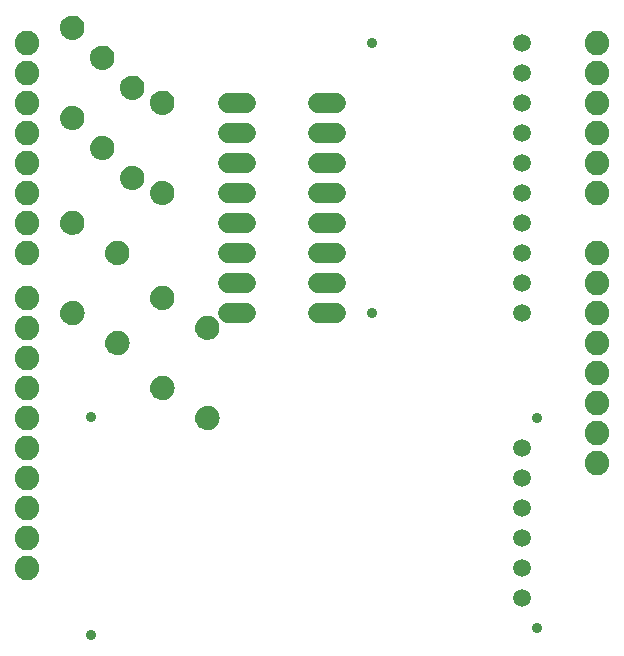
<source format=gbs>
G75*
%MOIN*%
%OFA0B0*%
%FSLAX25Y25*%
%IPPOS*%
%LPD*%
%AMOC8*
5,1,8,0,0,1.08239X$1,22.5*
%
%ADD10C,0.08200*%
%ADD11C,0.00500*%
%ADD12C,0.06619*%
%ADD13C,0.05950*%
%ADD14C,0.03556*%
D10*
X0016000Y0102524D03*
X0016000Y0112524D03*
X0016000Y0122524D03*
X0016000Y0132524D03*
X0016000Y0142524D03*
X0016000Y0152524D03*
X0016000Y0162524D03*
X0016000Y0172524D03*
X0016000Y0182524D03*
X0016000Y0192524D03*
X0016000Y0207524D03*
X0016000Y0217524D03*
X0016000Y0227524D03*
X0016000Y0237524D03*
X0016000Y0247524D03*
X0016000Y0257524D03*
X0016000Y0267524D03*
X0016000Y0277524D03*
X0206000Y0277524D03*
X0206000Y0267524D03*
X0206000Y0257524D03*
X0206000Y0247524D03*
X0206000Y0237524D03*
X0206000Y0227524D03*
X0206000Y0207524D03*
X0206000Y0197524D03*
X0206000Y0187524D03*
X0206000Y0177524D03*
X0206000Y0167524D03*
X0206000Y0157524D03*
X0206000Y0147524D03*
X0206000Y0137524D03*
D11*
X0079713Y0151835D02*
X0079533Y0151199D01*
X0079244Y0150603D01*
X0078857Y0150067D01*
X0078382Y0149606D01*
X0077835Y0149234D01*
X0077231Y0148964D01*
X0076590Y0148802D01*
X0075930Y0148754D01*
X0075211Y0148832D01*
X0074521Y0149050D01*
X0073886Y0149398D01*
X0073332Y0149863D01*
X0072879Y0150427D01*
X0072545Y0151069D01*
X0072343Y0151763D01*
X0072280Y0152484D01*
X0072342Y0153209D01*
X0072543Y0153907D01*
X0072878Y0154553D01*
X0073331Y0155122D01*
X0073887Y0155591D01*
X0074524Y0155942D01*
X0075217Y0156162D01*
X0075940Y0156243D01*
X0076600Y0156194D01*
X0077241Y0156030D01*
X0077844Y0155758D01*
X0078390Y0155385D01*
X0078863Y0154923D01*
X0079249Y0154385D01*
X0079536Y0153789D01*
X0079715Y0153152D01*
X0079780Y0152494D01*
X0079713Y0151835D01*
X0079736Y0152062D02*
X0072317Y0152062D01*
X0072286Y0152561D02*
X0079774Y0152561D01*
X0079724Y0153059D02*
X0072329Y0153059D01*
X0072442Y0153558D02*
X0079601Y0153558D01*
X0079408Y0154056D02*
X0072620Y0154056D01*
X0072879Y0154555D02*
X0079128Y0154555D01*
X0078730Y0155053D02*
X0073277Y0155053D01*
X0073841Y0155552D02*
X0078145Y0155552D01*
X0077162Y0156050D02*
X0074865Y0156050D01*
X0072401Y0151564D02*
X0079636Y0151564D01*
X0079468Y0151065D02*
X0072547Y0151065D01*
X0072806Y0150567D02*
X0079218Y0150567D01*
X0078858Y0150068D02*
X0073167Y0150068D01*
X0073681Y0149570D02*
X0078329Y0149570D01*
X0077471Y0149071D02*
X0074482Y0149071D01*
X0064533Y0161199D02*
X0064713Y0161835D01*
X0064780Y0162494D01*
X0064715Y0163152D01*
X0064536Y0163789D01*
X0064249Y0164385D01*
X0063863Y0164923D01*
X0063390Y0165385D01*
X0062844Y0165758D01*
X0062241Y0166030D01*
X0061600Y0166194D01*
X0060940Y0166243D01*
X0060217Y0166162D01*
X0059524Y0165942D01*
X0058887Y0165591D01*
X0058331Y0165122D01*
X0057878Y0164553D01*
X0057543Y0163907D01*
X0057342Y0163209D01*
X0057280Y0162484D01*
X0057343Y0161763D01*
X0057545Y0161069D01*
X0057879Y0160427D01*
X0058332Y0159863D01*
X0058886Y0159398D01*
X0059521Y0159050D01*
X0060211Y0158832D01*
X0060930Y0158754D01*
X0061590Y0158802D01*
X0062231Y0158964D01*
X0062835Y0159234D01*
X0063382Y0159606D01*
X0063857Y0160067D01*
X0064244Y0160603D01*
X0064533Y0161199D01*
X0064453Y0161035D02*
X0057563Y0161035D01*
X0057410Y0161534D02*
X0064628Y0161534D01*
X0064733Y0162032D02*
X0057319Y0162032D01*
X0057284Y0162531D02*
X0064777Y0162531D01*
X0064727Y0163029D02*
X0057326Y0163029D01*
X0057434Y0163528D02*
X0064609Y0163528D01*
X0064422Y0164026D02*
X0057605Y0164026D01*
X0057863Y0164525D02*
X0064149Y0164525D01*
X0063760Y0165023D02*
X0058253Y0165023D01*
X0058806Y0165522D02*
X0063189Y0165522D01*
X0062262Y0166020D02*
X0059771Y0166020D01*
X0057822Y0160537D02*
X0064196Y0160537D01*
X0063827Y0160038D02*
X0058191Y0160038D01*
X0058717Y0159540D02*
X0063285Y0159540D01*
X0062405Y0159041D02*
X0059547Y0159041D01*
X0048382Y0174606D02*
X0047835Y0174234D01*
X0047231Y0173964D01*
X0046590Y0173802D01*
X0045930Y0173754D01*
X0045211Y0173832D01*
X0044521Y0174050D01*
X0043886Y0174398D01*
X0043332Y0174863D01*
X0042879Y0175427D01*
X0042545Y0176069D01*
X0042343Y0176763D01*
X0042280Y0177484D01*
X0042342Y0178209D01*
X0042543Y0178907D01*
X0042878Y0179553D01*
X0043331Y0180122D01*
X0043887Y0180591D01*
X0044524Y0180942D01*
X0045217Y0181162D01*
X0045940Y0181243D01*
X0046600Y0181194D01*
X0047241Y0181030D01*
X0047844Y0180758D01*
X0048390Y0180385D01*
X0048863Y0179923D01*
X0049249Y0179385D01*
X0049536Y0178789D01*
X0049715Y0178152D01*
X0049780Y0177494D01*
X0049713Y0176835D01*
X0049533Y0176199D01*
X0049244Y0175603D01*
X0048857Y0175067D01*
X0048382Y0174606D01*
X0048219Y0174495D02*
X0043770Y0174495D01*
X0043227Y0174994D02*
X0048781Y0174994D01*
X0049164Y0175492D02*
X0042845Y0175492D01*
X0042586Y0175991D02*
X0049432Y0175991D01*
X0049615Y0176489D02*
X0042423Y0176489D01*
X0042323Y0176988D02*
X0049729Y0176988D01*
X0049780Y0177486D02*
X0042280Y0177486D01*
X0042322Y0177985D02*
X0049731Y0177985D01*
X0049622Y0178483D02*
X0042421Y0178483D01*
X0042582Y0178982D02*
X0049443Y0178982D01*
X0049181Y0179480D02*
X0042840Y0179480D01*
X0043217Y0179979D02*
X0048806Y0179979D01*
X0048255Y0180477D02*
X0043753Y0180477D01*
X0044631Y0180976D02*
X0047361Y0180976D01*
X0047305Y0173997D02*
X0044689Y0173997D01*
X0033857Y0185067D02*
X0033382Y0184606D01*
X0032835Y0184234D01*
X0032231Y0183964D01*
X0031590Y0183802D01*
X0030930Y0183754D01*
X0030211Y0183832D01*
X0029521Y0184050D01*
X0028886Y0184398D01*
X0028332Y0184863D01*
X0027879Y0185427D01*
X0027545Y0186069D01*
X0027343Y0186763D01*
X0027280Y0187484D01*
X0027342Y0188209D01*
X0027543Y0188907D01*
X0027878Y0189553D01*
X0028331Y0190122D01*
X0028887Y0190591D01*
X0029524Y0190942D01*
X0030217Y0191162D01*
X0030940Y0191243D01*
X0031600Y0191194D01*
X0032241Y0191030D01*
X0032844Y0190758D01*
X0033390Y0190385D01*
X0033863Y0189923D01*
X0034249Y0189385D01*
X0034536Y0188789D01*
X0034715Y0188152D01*
X0034780Y0187494D01*
X0034713Y0186835D01*
X0034533Y0186199D01*
X0034244Y0185603D01*
X0033857Y0185067D01*
X0033751Y0184964D02*
X0028251Y0184964D01*
X0027861Y0185462D02*
X0034142Y0185462D01*
X0034417Y0185961D02*
X0027601Y0185961D01*
X0027431Y0186459D02*
X0034606Y0186459D01*
X0034726Y0186958D02*
X0027326Y0186958D01*
X0027282Y0187456D02*
X0034777Y0187456D01*
X0034734Y0187955D02*
X0027320Y0187955D01*
X0027412Y0188453D02*
X0034630Y0188453D01*
X0034458Y0188952D02*
X0027566Y0188952D01*
X0027824Y0189450D02*
X0034202Y0189450D01*
X0033836Y0189949D02*
X0028194Y0189949D01*
X0028718Y0190448D02*
X0033298Y0190448D01*
X0032427Y0190946D02*
X0029537Y0190946D01*
X0028805Y0184465D02*
X0033175Y0184465D01*
X0032239Y0183967D02*
X0029783Y0183967D01*
X0043856Y0204427D02*
X0043302Y0204892D01*
X0042849Y0205457D01*
X0042515Y0206098D01*
X0042313Y0206793D01*
X0042250Y0207514D01*
X0042312Y0208238D01*
X0042513Y0208937D01*
X0042848Y0209583D01*
X0043302Y0210152D01*
X0043858Y0210620D01*
X0044494Y0210972D01*
X0045187Y0211192D01*
X0045910Y0211273D01*
X0046570Y0211223D01*
X0047211Y0211060D01*
X0047814Y0210788D01*
X0048360Y0210415D01*
X0048834Y0209952D01*
X0049219Y0209415D01*
X0049506Y0208819D01*
X0049685Y0208182D01*
X0049750Y0207524D01*
X0049683Y0206865D01*
X0049503Y0206229D01*
X0049214Y0205633D01*
X0048827Y0205097D01*
X0048352Y0204636D01*
X0047805Y0204264D01*
X0047201Y0203993D01*
X0046560Y0203832D01*
X0045900Y0203783D01*
X0045181Y0203862D01*
X0044491Y0204080D01*
X0043856Y0204427D01*
X0043896Y0204406D02*
X0048013Y0204406D01*
X0048629Y0204904D02*
X0043293Y0204904D01*
X0042893Y0205403D02*
X0049048Y0205403D01*
X0049344Y0205901D02*
X0042618Y0205901D01*
X0042427Y0206400D02*
X0049551Y0206400D01*
X0049687Y0206898D02*
X0042304Y0206898D01*
X0042260Y0207397D02*
X0049737Y0207397D01*
X0049713Y0207895D02*
X0042282Y0207895D01*
X0042356Y0208394D02*
X0049625Y0208394D01*
X0049471Y0208892D02*
X0042500Y0208892D01*
X0042748Y0209391D02*
X0049231Y0209391D01*
X0048879Y0209889D02*
X0043092Y0209889D01*
X0043582Y0210388D02*
X0048388Y0210388D01*
X0047595Y0210886D02*
X0044340Y0210886D01*
X0045037Y0203907D02*
X0046860Y0203907D01*
X0057513Y0193937D02*
X0057312Y0193238D01*
X0057250Y0192514D01*
X0057313Y0191793D01*
X0057515Y0191098D01*
X0057849Y0190457D01*
X0058302Y0189892D01*
X0058856Y0189427D01*
X0059491Y0189080D01*
X0060181Y0188862D01*
X0060900Y0188783D01*
X0061560Y0188832D01*
X0062201Y0188993D01*
X0062805Y0189264D01*
X0063352Y0189636D01*
X0063827Y0190097D01*
X0064214Y0190633D01*
X0064503Y0191229D01*
X0064683Y0191865D01*
X0064750Y0192524D01*
X0064685Y0193182D01*
X0064506Y0193819D01*
X0064219Y0194415D01*
X0063834Y0194952D01*
X0063360Y0195415D01*
X0062814Y0195788D01*
X0062211Y0196060D01*
X0061570Y0196223D01*
X0060910Y0196273D01*
X0060187Y0196192D01*
X0059494Y0195972D01*
X0058858Y0195620D01*
X0058302Y0195152D01*
X0057848Y0194583D01*
X0057513Y0193937D01*
X0064449Y0193937D01*
X0064613Y0193439D02*
X0057369Y0193439D01*
X0057286Y0192940D02*
X0064709Y0192940D01*
X0064742Y0192442D02*
X0057256Y0192442D01*
X0057300Y0191943D02*
X0064691Y0191943D01*
X0064564Y0191445D02*
X0057414Y0191445D01*
X0057595Y0190946D02*
X0064366Y0190946D01*
X0064080Y0190448D02*
X0057857Y0190448D01*
X0058257Y0189949D02*
X0063675Y0189949D01*
X0063079Y0189450D02*
X0058829Y0189450D01*
X0059896Y0188952D02*
X0062037Y0188952D01*
X0064205Y0194436D02*
X0057771Y0194436D01*
X0058128Y0194934D02*
X0063847Y0194934D01*
X0063334Y0195433D02*
X0058635Y0195433D01*
X0059421Y0195931D02*
X0062496Y0195931D01*
X0073302Y0185152D02*
X0073858Y0185620D01*
X0074494Y0185972D01*
X0075187Y0186192D01*
X0075910Y0186273D01*
X0076570Y0186223D01*
X0077211Y0186060D01*
X0077814Y0185788D01*
X0078360Y0185415D01*
X0078834Y0184952D01*
X0079219Y0184415D01*
X0079506Y0183819D01*
X0079685Y0183182D01*
X0079750Y0182524D01*
X0079683Y0181865D01*
X0079503Y0181229D01*
X0079214Y0180633D01*
X0078827Y0180097D01*
X0078352Y0179636D01*
X0077805Y0179264D01*
X0077201Y0178993D01*
X0076560Y0178832D01*
X0075900Y0178783D01*
X0075181Y0178862D01*
X0074491Y0179080D01*
X0073856Y0179427D01*
X0073302Y0179892D01*
X0072849Y0180457D01*
X0072515Y0181098D01*
X0072313Y0181793D01*
X0072250Y0182514D01*
X0072312Y0183238D01*
X0072513Y0183937D01*
X0072848Y0184583D01*
X0073302Y0185152D01*
X0073152Y0184964D02*
X0078822Y0184964D01*
X0079183Y0184465D02*
X0072787Y0184465D01*
X0072529Y0183967D02*
X0079435Y0183967D01*
X0079605Y0183468D02*
X0072378Y0183468D01*
X0072289Y0182970D02*
X0079706Y0182970D01*
X0079745Y0182471D02*
X0072254Y0182471D01*
X0072297Y0181973D02*
X0079694Y0181973D01*
X0079572Y0181474D02*
X0072406Y0181474D01*
X0072579Y0180976D02*
X0079380Y0180976D01*
X0079102Y0180477D02*
X0072839Y0180477D01*
X0073233Y0179979D02*
X0078705Y0179979D01*
X0078123Y0179480D02*
X0073793Y0179480D01*
X0074801Y0178982D02*
X0077155Y0178982D01*
X0078290Y0185462D02*
X0073670Y0185462D01*
X0074474Y0185961D02*
X0077430Y0185961D01*
X0062506Y0224075D02*
X0061813Y0223855D01*
X0061090Y0223774D01*
X0060430Y0223824D01*
X0059789Y0223987D01*
X0059186Y0224260D01*
X0058640Y0224633D01*
X0058166Y0225095D01*
X0057781Y0225632D01*
X0057494Y0226228D01*
X0057315Y0226865D01*
X0057250Y0227524D01*
X0057317Y0228182D01*
X0057497Y0228818D01*
X0057786Y0229414D01*
X0058173Y0229950D01*
X0058648Y0230411D01*
X0059195Y0230783D01*
X0059799Y0231054D01*
X0060440Y0231216D01*
X0061100Y0231264D01*
X0061819Y0231185D01*
X0062509Y0230968D01*
X0063144Y0230620D01*
X0063698Y0230155D01*
X0064151Y0229591D01*
X0064485Y0228949D01*
X0064687Y0228254D01*
X0064750Y0227533D01*
X0064688Y0226809D01*
X0064487Y0226110D01*
X0064152Y0225464D01*
X0063698Y0224896D01*
X0063142Y0224427D01*
X0062506Y0224075D01*
X0062997Y0224346D02*
X0059059Y0224346D01*
X0058422Y0224845D02*
X0063638Y0224845D01*
X0064056Y0225343D02*
X0057988Y0225343D01*
X0057680Y0225842D02*
X0064348Y0225842D01*
X0064553Y0226340D02*
X0057462Y0226340D01*
X0057323Y0226839D02*
X0064691Y0226839D01*
X0064733Y0227337D02*
X0057268Y0227337D01*
X0057281Y0227836D02*
X0064724Y0227836D01*
X0064664Y0228334D02*
X0057360Y0228334D01*
X0057504Y0228833D02*
X0064518Y0228833D01*
X0064286Y0229331D02*
X0057746Y0229331D01*
X0058086Y0229830D02*
X0063959Y0229830D01*
X0063491Y0230328D02*
X0058562Y0230328D01*
X0059293Y0230827D02*
X0062766Y0230827D01*
X0061748Y0223848D02*
X0060336Y0223848D01*
X0053698Y0229896D02*
X0053142Y0229427D01*
X0052506Y0229075D01*
X0051813Y0228855D01*
X0051090Y0228774D01*
X0050430Y0228824D01*
X0049789Y0228987D01*
X0049186Y0229260D01*
X0048640Y0229633D01*
X0048166Y0230095D01*
X0047781Y0230632D01*
X0047494Y0231228D01*
X0047315Y0231865D01*
X0047250Y0232524D01*
X0047317Y0233182D01*
X0047497Y0233818D01*
X0054523Y0233818D01*
X0054485Y0233949D02*
X0054687Y0233254D01*
X0054750Y0232533D01*
X0054688Y0231809D01*
X0054487Y0231110D01*
X0054152Y0230464D01*
X0053698Y0229896D01*
X0053620Y0229830D02*
X0048438Y0229830D01*
X0047999Y0230328D02*
X0054044Y0230328D01*
X0054340Y0230827D02*
X0047687Y0230827D01*
X0047467Y0231325D02*
X0054549Y0231325D01*
X0054690Y0231824D02*
X0047327Y0231824D01*
X0047270Y0232322D02*
X0054732Y0232322D01*
X0054725Y0232821D02*
X0047280Y0232821D01*
X0047356Y0233319D02*
X0054668Y0233319D01*
X0054485Y0233949D02*
X0054151Y0234591D01*
X0053698Y0235155D01*
X0053144Y0235620D01*
X0052509Y0235968D01*
X0051819Y0236185D01*
X0051100Y0236264D01*
X0050440Y0236216D01*
X0049799Y0236054D01*
X0049195Y0235783D01*
X0048648Y0235411D01*
X0048173Y0234950D01*
X0047786Y0234414D01*
X0047497Y0233818D01*
X0047738Y0234316D02*
X0054293Y0234316D01*
X0053970Y0234815D02*
X0048075Y0234815D01*
X0048547Y0235314D02*
X0053509Y0235314D01*
X0052793Y0235812D02*
X0049260Y0235812D01*
X0049081Y0229331D02*
X0052970Y0229331D01*
X0051615Y0228833D02*
X0050394Y0228833D01*
X0043142Y0239427D02*
X0042506Y0239075D01*
X0041813Y0238855D01*
X0041090Y0238774D01*
X0040430Y0238824D01*
X0039789Y0238987D01*
X0039186Y0239260D01*
X0038640Y0239633D01*
X0038166Y0240095D01*
X0037781Y0240632D01*
X0037494Y0241228D01*
X0037315Y0241865D01*
X0037250Y0242524D01*
X0037317Y0243182D01*
X0037497Y0243818D01*
X0037786Y0244414D01*
X0038173Y0244950D01*
X0038648Y0245411D01*
X0039195Y0245783D01*
X0039799Y0246054D01*
X0040440Y0246216D01*
X0041100Y0246264D01*
X0041819Y0246185D01*
X0042509Y0245968D01*
X0043144Y0245620D01*
X0043698Y0245155D01*
X0044151Y0244591D01*
X0044485Y0243949D01*
X0044687Y0243254D01*
X0044750Y0242533D01*
X0044688Y0241809D01*
X0044487Y0241110D01*
X0044152Y0240464D01*
X0043698Y0239896D01*
X0043142Y0239427D01*
X0042916Y0239302D02*
X0039125Y0239302D01*
X0038468Y0239800D02*
X0043585Y0239800D01*
X0044020Y0240299D02*
X0038020Y0240299D01*
X0037701Y0240797D02*
X0044325Y0240797D01*
X0044540Y0241296D02*
X0037475Y0241296D01*
X0037335Y0241794D02*
X0044684Y0241794D01*
X0044730Y0242293D02*
X0037273Y0242293D01*
X0037277Y0242791D02*
X0044727Y0242791D01*
X0044677Y0243290D02*
X0037347Y0243290D01*
X0037489Y0243788D02*
X0044531Y0243788D01*
X0044309Y0244287D02*
X0037724Y0244287D01*
X0038054Y0244785D02*
X0043994Y0244785D01*
X0043544Y0245284D02*
X0038516Y0245284D01*
X0039194Y0245782D02*
X0042847Y0245782D01*
X0041349Y0238803D02*
X0040704Y0238803D01*
X0033142Y0249427D02*
X0032506Y0249075D01*
X0031813Y0248855D01*
X0031090Y0248774D01*
X0030430Y0248824D01*
X0029789Y0248987D01*
X0029186Y0249260D01*
X0028640Y0249633D01*
X0028166Y0250095D01*
X0027781Y0250632D01*
X0027494Y0251228D01*
X0027315Y0251865D01*
X0027250Y0252524D01*
X0027317Y0253182D01*
X0027497Y0253818D01*
X0027786Y0254414D01*
X0028173Y0254950D01*
X0028648Y0255411D01*
X0029195Y0255783D01*
X0029799Y0256054D01*
X0030440Y0256216D01*
X0031100Y0256264D01*
X0031819Y0256185D01*
X0032509Y0255968D01*
X0033144Y0255620D01*
X0033698Y0255155D01*
X0034151Y0254591D01*
X0034485Y0253949D01*
X0034687Y0253254D01*
X0034750Y0252533D01*
X0034688Y0251809D01*
X0034487Y0251110D01*
X0034152Y0250464D01*
X0033698Y0249896D01*
X0033142Y0249427D01*
X0032862Y0249272D02*
X0029168Y0249272D01*
X0028499Y0249770D02*
X0033550Y0249770D01*
X0033996Y0250269D02*
X0028041Y0250269D01*
X0027716Y0250767D02*
X0034309Y0250767D01*
X0034532Y0251266D02*
X0027483Y0251266D01*
X0027343Y0251764D02*
X0034676Y0251764D01*
X0034727Y0252263D02*
X0027276Y0252263D01*
X0027274Y0252761D02*
X0034730Y0252761D01*
X0034685Y0253260D02*
X0027339Y0253260D01*
X0027480Y0253758D02*
X0034540Y0253758D01*
X0034324Y0254257D02*
X0027710Y0254257D01*
X0028032Y0254755D02*
X0034018Y0254755D01*
X0033580Y0255254D02*
X0028486Y0255254D01*
X0029150Y0255752D02*
X0032902Y0255752D01*
X0031217Y0256251D02*
X0030925Y0256251D01*
X0039156Y0269290D02*
X0038610Y0269663D01*
X0038137Y0270125D01*
X0037751Y0270662D01*
X0037464Y0271258D01*
X0037285Y0271895D01*
X0037220Y0272554D01*
X0037287Y0273212D01*
X0037467Y0273848D01*
X0037756Y0274444D01*
X0038143Y0274980D01*
X0038618Y0275441D01*
X0039165Y0275813D01*
X0039769Y0276084D01*
X0040410Y0276246D01*
X0041070Y0276294D01*
X0041789Y0276215D01*
X0042479Y0275998D01*
X0043114Y0275650D01*
X0043668Y0275185D01*
X0044121Y0274620D01*
X0044455Y0273979D01*
X0044657Y0273284D01*
X0044720Y0272563D01*
X0044658Y0271839D01*
X0044457Y0271140D01*
X0044122Y0270494D01*
X0043669Y0269926D01*
X0043113Y0269457D01*
X0042476Y0269105D01*
X0041783Y0268885D01*
X0041060Y0268804D01*
X0040400Y0268854D01*
X0039759Y0269017D01*
X0039156Y0269290D01*
X0039327Y0269212D02*
X0042670Y0269212D01*
X0043414Y0269711D02*
X0038560Y0269711D01*
X0038076Y0270209D02*
X0043895Y0270209D01*
X0044233Y0270708D02*
X0037729Y0270708D01*
X0037489Y0271206D02*
X0044476Y0271206D01*
X0044620Y0271705D02*
X0037339Y0271705D01*
X0037255Y0272203D02*
X0044689Y0272203D01*
X0044708Y0272702D02*
X0037235Y0272702D01*
X0037286Y0273200D02*
X0044664Y0273200D01*
X0044536Y0273699D02*
X0037425Y0273699D01*
X0037636Y0274197D02*
X0044341Y0274197D01*
X0044060Y0274696D02*
X0037938Y0274696D01*
X0038364Y0275194D02*
X0043656Y0275194D01*
X0043035Y0275693D02*
X0038988Y0275693D01*
X0040196Y0276191D02*
X0041864Y0276191D01*
X0034122Y0280494D02*
X0033669Y0279926D01*
X0033113Y0279457D01*
X0032476Y0279105D01*
X0031783Y0278885D01*
X0031060Y0278804D01*
X0030400Y0278854D01*
X0029759Y0279017D01*
X0029156Y0279290D01*
X0028610Y0279663D01*
X0028137Y0280125D01*
X0027751Y0280662D01*
X0027464Y0281258D01*
X0027285Y0281895D01*
X0027220Y0282554D01*
X0027287Y0283212D01*
X0027467Y0283848D01*
X0027756Y0284444D01*
X0028143Y0284980D01*
X0028618Y0285441D01*
X0029165Y0285813D01*
X0029769Y0286084D01*
X0030410Y0286246D01*
X0031070Y0286294D01*
X0031789Y0286215D01*
X0032479Y0285998D01*
X0033114Y0285650D01*
X0033668Y0285185D01*
X0034121Y0284620D01*
X0034455Y0283979D01*
X0034657Y0283284D01*
X0034720Y0282563D01*
X0034658Y0281839D01*
X0034457Y0281140D01*
X0034122Y0280494D01*
X0034218Y0280678D02*
X0027743Y0280678D01*
X0027503Y0281177D02*
X0034467Y0281177D01*
X0034611Y0281675D02*
X0027347Y0281675D01*
X0027257Y0282174D02*
X0034687Y0282174D01*
X0034711Y0282672D02*
X0027232Y0282672D01*
X0027283Y0283171D02*
X0034667Y0283171D01*
X0034545Y0283669D02*
X0027417Y0283669D01*
X0027622Y0284168D02*
X0034356Y0284168D01*
X0034084Y0284666D02*
X0027916Y0284666D01*
X0028333Y0285165D02*
X0033684Y0285165D01*
X0033089Y0285663D02*
X0028945Y0285663D01*
X0030078Y0286162D02*
X0031959Y0286162D01*
X0033871Y0280180D02*
X0028097Y0280180D01*
X0028591Y0279681D02*
X0033379Y0279681D01*
X0032616Y0279183D02*
X0029393Y0279183D01*
X0048143Y0264980D02*
X0047756Y0264444D01*
X0047467Y0263848D01*
X0047287Y0263212D01*
X0047220Y0262554D01*
X0047285Y0261895D01*
X0047464Y0261258D01*
X0047751Y0260662D01*
X0048137Y0260125D01*
X0048610Y0259663D01*
X0049156Y0259290D01*
X0049759Y0259017D01*
X0050400Y0258854D01*
X0051060Y0258804D01*
X0051783Y0258885D01*
X0052476Y0259105D01*
X0053113Y0259457D01*
X0053669Y0259926D01*
X0054122Y0260494D01*
X0054457Y0261140D01*
X0054658Y0261839D01*
X0054720Y0262563D01*
X0054657Y0263284D01*
X0054455Y0263979D01*
X0054121Y0264620D01*
X0053668Y0265185D01*
X0053114Y0265650D01*
X0052479Y0265998D01*
X0051789Y0266215D01*
X0051070Y0266294D01*
X0050410Y0266246D01*
X0049769Y0266084D01*
X0049165Y0265813D01*
X0048618Y0265441D01*
X0048143Y0264980D01*
X0047959Y0264726D02*
X0054036Y0264726D01*
X0054325Y0264227D02*
X0047651Y0264227D01*
X0047433Y0263729D02*
X0054528Y0263729D01*
X0054662Y0263230D02*
X0047292Y0263230D01*
X0047238Y0262732D02*
X0054705Y0262732D01*
X0054692Y0262233D02*
X0047252Y0262233D01*
X0047330Y0261735D02*
X0054628Y0261735D01*
X0054484Y0261236D02*
X0047475Y0261236D01*
X0047714Y0260738D02*
X0054248Y0260738D01*
X0053919Y0260239D02*
X0048054Y0260239D01*
X0048530Y0259741D02*
X0053449Y0259741D01*
X0052724Y0259242D02*
X0049261Y0259242D01*
X0048394Y0265224D02*
X0053621Y0265224D01*
X0052981Y0265723D02*
X0049032Y0265723D01*
X0050314Y0266221D02*
X0051733Y0266221D01*
X0057756Y0259444D02*
X0057467Y0258848D01*
X0057287Y0258212D01*
X0057220Y0257554D01*
X0057285Y0256895D01*
X0057464Y0256258D01*
X0057751Y0255662D01*
X0058137Y0255125D01*
X0058610Y0254663D01*
X0059156Y0254290D01*
X0059759Y0254017D01*
X0060400Y0253854D01*
X0061060Y0253804D01*
X0061783Y0253885D01*
X0062476Y0254105D01*
X0063113Y0254457D01*
X0063669Y0254926D01*
X0064122Y0255494D01*
X0064457Y0256140D01*
X0064658Y0256839D01*
X0064720Y0257563D01*
X0064657Y0258284D01*
X0064455Y0258979D01*
X0064121Y0259620D01*
X0063668Y0260185D01*
X0063114Y0260650D01*
X0062479Y0260998D01*
X0061789Y0261215D01*
X0061070Y0261294D01*
X0060410Y0261246D01*
X0059769Y0261084D01*
X0059165Y0260813D01*
X0058618Y0260441D01*
X0058143Y0259980D01*
X0057756Y0259444D01*
X0057658Y0259242D02*
X0064318Y0259242D01*
X0064523Y0258744D02*
X0057438Y0258744D01*
X0057296Y0258245D02*
X0064661Y0258245D01*
X0064704Y0257747D02*
X0057239Y0257747D01*
X0057250Y0257248D02*
X0064693Y0257248D01*
X0064633Y0256750D02*
X0057326Y0256750D01*
X0057467Y0256251D02*
X0064489Y0256251D01*
X0064256Y0255752D02*
X0057707Y0255752D01*
X0058044Y0255254D02*
X0063931Y0255254D01*
X0063467Y0254755D02*
X0058515Y0254755D01*
X0059229Y0254257D02*
X0062751Y0254257D01*
X0064024Y0259741D02*
X0057970Y0259741D01*
X0058410Y0260239D02*
X0063603Y0260239D01*
X0062953Y0260738D02*
X0059054Y0260738D01*
X0060373Y0261236D02*
X0061597Y0261236D01*
X0032211Y0221060D02*
X0031570Y0221223D01*
X0030910Y0221273D01*
X0030187Y0221192D01*
X0029494Y0220972D01*
X0028858Y0220620D01*
X0028302Y0220152D01*
X0027848Y0219583D01*
X0027513Y0218937D01*
X0027312Y0218238D01*
X0027250Y0217514D01*
X0027313Y0216793D01*
X0027515Y0216098D01*
X0027849Y0215457D01*
X0028302Y0214892D01*
X0028856Y0214427D01*
X0029491Y0214080D01*
X0030181Y0213862D01*
X0030900Y0213783D01*
X0031560Y0213832D01*
X0032201Y0213993D01*
X0032805Y0214264D01*
X0033352Y0214636D01*
X0033827Y0215097D01*
X0034214Y0215633D01*
X0034503Y0216229D01*
X0034683Y0216865D01*
X0034750Y0217524D01*
X0034685Y0218182D01*
X0034506Y0218819D01*
X0034219Y0219415D01*
X0033834Y0219952D01*
X0033360Y0220415D01*
X0032814Y0220788D01*
X0032211Y0221060D01*
X0032661Y0220857D02*
X0029286Y0220857D01*
X0028547Y0220358D02*
X0033418Y0220358D01*
X0033900Y0219860D02*
X0028068Y0219860D01*
X0027733Y0219361D02*
X0034245Y0219361D01*
X0034485Y0218863D02*
X0027492Y0218863D01*
X0027348Y0218364D02*
X0034634Y0218364D01*
X0034716Y0217866D02*
X0027280Y0217866D01*
X0027263Y0217367D02*
X0034734Y0217367D01*
X0034684Y0216869D02*
X0027306Y0216869D01*
X0027436Y0216370D02*
X0034543Y0216370D01*
X0034330Y0215872D02*
X0027633Y0215872D01*
X0027916Y0215373D02*
X0034026Y0215373D01*
X0033598Y0214875D02*
X0028324Y0214875D01*
X0028950Y0214376D02*
X0032970Y0214376D01*
X0031742Y0213878D02*
X0030132Y0213878D01*
D12*
X0083091Y0217524D02*
X0088909Y0217524D01*
X0088909Y0207524D02*
X0083091Y0207524D01*
X0083091Y0197524D02*
X0088909Y0197524D01*
X0088909Y0187524D02*
X0083091Y0187524D01*
X0113091Y0187524D02*
X0118909Y0187524D01*
X0118909Y0197524D02*
X0113091Y0197524D01*
X0113091Y0207524D02*
X0118909Y0207524D01*
X0118909Y0217524D02*
X0113091Y0217524D01*
X0113091Y0227524D02*
X0118909Y0227524D01*
X0118909Y0237524D02*
X0113091Y0237524D01*
X0113091Y0247524D02*
X0118909Y0247524D01*
X0118909Y0257524D02*
X0113091Y0257524D01*
X0088909Y0257524D02*
X0083091Y0257524D01*
X0083091Y0247524D02*
X0088909Y0247524D01*
X0088909Y0237524D02*
X0083091Y0237524D01*
X0083091Y0227524D02*
X0088909Y0227524D01*
D13*
X0181000Y0227524D03*
X0181000Y0237524D03*
X0181000Y0247524D03*
X0181000Y0257524D03*
X0181000Y0267524D03*
X0181000Y0277524D03*
X0181000Y0217524D03*
X0181000Y0207524D03*
X0181000Y0197524D03*
X0181000Y0187524D03*
X0181000Y0142524D03*
X0181000Y0132524D03*
X0181000Y0122524D03*
X0181000Y0112524D03*
X0181000Y0102524D03*
X0181000Y0092524D03*
D14*
X0037142Y0080122D03*
X0037142Y0152957D03*
X0131000Y0187524D03*
X0186000Y0152524D03*
X0186000Y0082524D03*
X0131000Y0277524D03*
M02*

</source>
